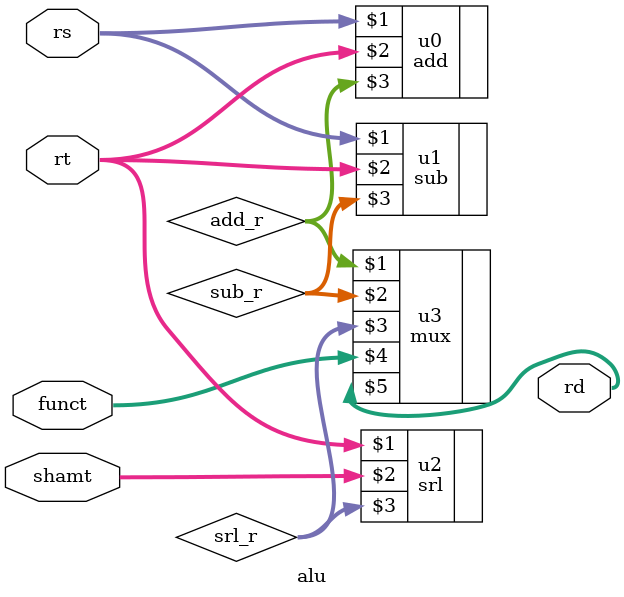
<source format=v>
module alu
(
    input      [31:0] rs, rt, 
	 input	    [4:0] shamt, 
	 input	    [5:0] funct,
  	 output     [31:0] rd
);

wire [31:0]add_r;
wire [31:0]sub_r;
wire [31:0]srl_r;

add u0(rs, rt, add_r);
sub u1(rs, rt, sub_r);
srl u2(rt, shamt, srl_r);
mux u3(add_r, sub_r, srl_r, funct, rd);
	
endmodule

</source>
